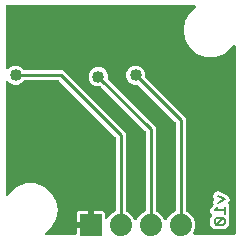
<source format=gbr>
G04 EAGLE Gerber RS-274X export*
G75*
%MOMM*%
%FSLAX34Y34*%
%LPD*%
%INBottom Copper*%
%IPPOS*%
%AMOC8*
5,1,8,0,0,1.08239X$1,22.5*%
G01*
%ADD10C,0.152400*%
%ADD11R,1.879600X1.879600*%
%ADD12C,1.879600*%
%ADD13C,1.016000*%
%ADD14C,0.254000*%

G36*
X197730Y4334D02*
X197730Y4334D01*
X197849Y4341D01*
X197887Y4354D01*
X197928Y4359D01*
X198038Y4402D01*
X198151Y4439D01*
X198186Y4461D01*
X198223Y4476D01*
X198319Y4545D01*
X198420Y4609D01*
X198448Y4639D01*
X198481Y4662D01*
X198557Y4754D01*
X198638Y4841D01*
X198658Y4876D01*
X198683Y4907D01*
X198734Y5015D01*
X198792Y5119D01*
X198802Y5159D01*
X198819Y5195D01*
X198841Y5312D01*
X198871Y5427D01*
X198875Y5487D01*
X198879Y5507D01*
X198877Y5528D01*
X198881Y5588D01*
X198881Y164363D01*
X198863Y164508D01*
X198848Y164653D01*
X198843Y164666D01*
X198841Y164679D01*
X198788Y164814D01*
X198737Y164951D01*
X198729Y164962D01*
X198724Y164975D01*
X198639Y165092D01*
X198556Y165212D01*
X198545Y165221D01*
X198538Y165232D01*
X198426Y165325D01*
X198315Y165420D01*
X198303Y165426D01*
X198293Y165435D01*
X198161Y165497D01*
X198030Y165562D01*
X198017Y165565D01*
X198005Y165570D01*
X197863Y165598D01*
X197719Y165628D01*
X197706Y165628D01*
X197693Y165630D01*
X197548Y165621D01*
X197402Y165615D01*
X197388Y165611D01*
X197375Y165610D01*
X197237Y165566D01*
X197097Y165524D01*
X197085Y165517D01*
X197073Y165512D01*
X196950Y165435D01*
X196825Y165359D01*
X196815Y165349D01*
X196804Y165342D01*
X196704Y165236D01*
X196602Y165132D01*
X196592Y165117D01*
X196586Y165111D01*
X196578Y165096D01*
X196513Y164998D01*
X195385Y163045D01*
X189278Y157920D01*
X181786Y155193D01*
X173814Y155193D01*
X166322Y157920D01*
X160215Y163044D01*
X156229Y169949D01*
X154845Y177800D01*
X156229Y185651D01*
X160215Y192555D01*
X165082Y196640D01*
X165106Y196666D01*
X165135Y196686D01*
X165214Y196782D01*
X165299Y196873D01*
X165315Y196904D01*
X165338Y196931D01*
X165391Y197044D01*
X165450Y197153D01*
X165458Y197187D01*
X165474Y197219D01*
X165497Y197341D01*
X165527Y197461D01*
X165527Y197497D01*
X165533Y197532D01*
X165526Y197655D01*
X165525Y197779D01*
X165516Y197814D01*
X165514Y197849D01*
X165475Y197967D01*
X165444Y198087D01*
X165426Y198118D01*
X165416Y198151D01*
X165349Y198256D01*
X165289Y198365D01*
X165264Y198390D01*
X165245Y198420D01*
X165155Y198505D01*
X165070Y198595D01*
X165040Y198614D01*
X165014Y198638D01*
X164905Y198698D01*
X164800Y198764D01*
X164766Y198775D01*
X164735Y198792D01*
X164615Y198823D01*
X164497Y198860D01*
X164462Y198862D01*
X164427Y198871D01*
X164267Y198881D01*
X5588Y198881D01*
X5470Y198866D01*
X5351Y198859D01*
X5313Y198846D01*
X5272Y198841D01*
X5162Y198798D01*
X5049Y198761D01*
X5014Y198739D01*
X4977Y198724D01*
X4881Y198655D01*
X4780Y198591D01*
X4752Y198561D01*
X4719Y198538D01*
X4643Y198446D01*
X4562Y198359D01*
X4542Y198324D01*
X4517Y198293D01*
X4466Y198185D01*
X4408Y198081D01*
X4398Y198041D01*
X4381Y198005D01*
X4359Y197888D01*
X4329Y197773D01*
X4325Y197713D01*
X4321Y197693D01*
X4323Y197672D01*
X4319Y197612D01*
X4319Y145879D01*
X4336Y145741D01*
X4349Y145602D01*
X4356Y145583D01*
X4359Y145563D01*
X4410Y145434D01*
X4457Y145303D01*
X4468Y145286D01*
X4476Y145268D01*
X4557Y145155D01*
X4635Y145040D01*
X4651Y145027D01*
X4662Y145010D01*
X4770Y144921D01*
X4874Y144829D01*
X4892Y144820D01*
X4907Y144807D01*
X5033Y144748D01*
X5157Y144685D01*
X5177Y144680D01*
X5195Y144672D01*
X5332Y144646D01*
X5467Y144615D01*
X5488Y144616D01*
X5507Y144612D01*
X5646Y144621D01*
X5785Y144625D01*
X5805Y144631D01*
X5825Y144632D01*
X5957Y144675D01*
X6091Y144713D01*
X6108Y144724D01*
X6127Y144730D01*
X6245Y144804D01*
X6365Y144875D01*
X6386Y144893D01*
X6396Y144900D01*
X6410Y144915D01*
X6485Y144981D01*
X8095Y146591D01*
X11083Y147829D01*
X14317Y147829D01*
X17305Y146591D01*
X19505Y144390D01*
X19584Y144330D01*
X19656Y144262D01*
X19709Y144233D01*
X19757Y144196D01*
X19848Y144156D01*
X19934Y144108D01*
X19993Y144093D01*
X20048Y144069D01*
X20146Y144054D01*
X20242Y144029D01*
X20342Y144023D01*
X20363Y144019D01*
X20375Y144021D01*
X20403Y144019D01*
X52589Y144019D01*
X105919Y90689D01*
X105919Y25231D01*
X105922Y25202D01*
X105920Y25173D01*
X105942Y25045D01*
X105959Y24916D01*
X105969Y24889D01*
X105974Y24859D01*
X106028Y24741D01*
X106076Y24620D01*
X106093Y24596D01*
X106105Y24569D01*
X106186Y24468D01*
X106262Y24363D01*
X106285Y24344D01*
X106304Y24321D01*
X106407Y24243D01*
X106507Y24160D01*
X106534Y24147D01*
X106558Y24130D01*
X106702Y24059D01*
X108650Y23252D01*
X112152Y19750D01*
X113127Y17395D01*
X113196Y17275D01*
X113261Y17152D01*
X113275Y17137D01*
X113285Y17119D01*
X113382Y17019D01*
X113475Y16916D01*
X113492Y16905D01*
X113506Y16891D01*
X113624Y16818D01*
X113741Y16742D01*
X113760Y16735D01*
X113777Y16724D01*
X113910Y16684D01*
X114042Y16638D01*
X114062Y16637D01*
X114081Y16631D01*
X114220Y16624D01*
X114359Y16613D01*
X114379Y16617D01*
X114399Y16616D01*
X114535Y16644D01*
X114672Y16668D01*
X114691Y16676D01*
X114710Y16680D01*
X114835Y16741D01*
X114962Y16798D01*
X114978Y16811D01*
X114996Y16820D01*
X115102Y16910D01*
X115210Y16997D01*
X115223Y17013D01*
X115238Y17026D01*
X115318Y17140D01*
X115402Y17251D01*
X115414Y17276D01*
X115421Y17286D01*
X115428Y17305D01*
X115473Y17395D01*
X116448Y19750D01*
X119950Y23252D01*
X121898Y24059D01*
X121923Y24073D01*
X121951Y24083D01*
X122061Y24152D01*
X122174Y24216D01*
X122195Y24237D01*
X122220Y24253D01*
X122309Y24347D01*
X122402Y24438D01*
X122418Y24463D01*
X122438Y24484D01*
X122501Y24598D01*
X122569Y24709D01*
X122577Y24737D01*
X122592Y24763D01*
X122624Y24889D01*
X122662Y25013D01*
X122664Y25042D01*
X122671Y25071D01*
X122681Y25231D01*
X122681Y91665D01*
X122669Y91764D01*
X122666Y91863D01*
X122649Y91921D01*
X122641Y91981D01*
X122605Y92073D01*
X122577Y92168D01*
X122547Y92220D01*
X122524Y92277D01*
X122466Y92357D01*
X122416Y92442D01*
X122350Y92517D01*
X122338Y92534D01*
X122328Y92542D01*
X122310Y92563D01*
X84943Y129930D01*
X84865Y129990D01*
X84792Y130058D01*
X84739Y130087D01*
X84692Y130124D01*
X84601Y130164D01*
X84514Y130212D01*
X84455Y130227D01*
X84400Y130251D01*
X84302Y130266D01*
X84206Y130291D01*
X84106Y130297D01*
X84086Y130301D01*
X84073Y130299D01*
X84045Y130301D01*
X80933Y130301D01*
X77945Y131539D01*
X75659Y133825D01*
X74421Y136813D01*
X74421Y140047D01*
X75659Y143035D01*
X77945Y145321D01*
X80933Y146559D01*
X84167Y146559D01*
X87155Y145321D01*
X89441Y143035D01*
X90679Y140047D01*
X90679Y136935D01*
X90691Y136836D01*
X90694Y136737D01*
X90711Y136679D01*
X90719Y136619D01*
X90755Y136527D01*
X90783Y136432D01*
X90813Y136380D01*
X90836Y136323D01*
X90894Y136243D01*
X90944Y136158D01*
X91010Y136083D01*
X91022Y136066D01*
X91032Y136058D01*
X91050Y136037D01*
X131319Y95769D01*
X131319Y25231D01*
X131322Y25202D01*
X131320Y25173D01*
X131342Y25045D01*
X131359Y24916D01*
X131369Y24889D01*
X131374Y24859D01*
X131428Y24741D01*
X131476Y24620D01*
X131493Y24596D01*
X131505Y24569D01*
X131586Y24468D01*
X131662Y24363D01*
X131685Y24344D01*
X131704Y24321D01*
X131807Y24243D01*
X131907Y24160D01*
X131934Y24147D01*
X131958Y24130D01*
X132102Y24059D01*
X134050Y23252D01*
X137552Y19750D01*
X138527Y17395D01*
X138596Y17275D01*
X138661Y17152D01*
X138675Y17137D01*
X138685Y17119D01*
X138782Y17019D01*
X138875Y16916D01*
X138892Y16905D01*
X138906Y16891D01*
X139024Y16818D01*
X139141Y16742D01*
X139160Y16735D01*
X139177Y16724D01*
X139310Y16684D01*
X139442Y16638D01*
X139462Y16637D01*
X139481Y16631D01*
X139620Y16624D01*
X139759Y16613D01*
X139779Y16617D01*
X139799Y16616D01*
X139935Y16644D01*
X140072Y16668D01*
X140091Y16676D01*
X140110Y16680D01*
X140235Y16741D01*
X140362Y16798D01*
X140378Y16811D01*
X140396Y16820D01*
X140502Y16910D01*
X140610Y16997D01*
X140623Y17013D01*
X140638Y17026D01*
X140718Y17140D01*
X140802Y17251D01*
X140814Y17276D01*
X140821Y17286D01*
X140828Y17305D01*
X140873Y17395D01*
X141848Y19750D01*
X145350Y23252D01*
X147298Y24059D01*
X147323Y24073D01*
X147351Y24083D01*
X147461Y24152D01*
X147574Y24216D01*
X147595Y24237D01*
X147620Y24253D01*
X147709Y24347D01*
X147802Y24438D01*
X147818Y24463D01*
X147838Y24484D01*
X147901Y24598D01*
X147969Y24709D01*
X147977Y24737D01*
X147992Y24763D01*
X148024Y24889D01*
X148062Y25013D01*
X148064Y25042D01*
X148071Y25071D01*
X148081Y25231D01*
X148081Y99285D01*
X148069Y99384D01*
X148066Y99483D01*
X148049Y99541D01*
X148041Y99601D01*
X148005Y99693D01*
X147977Y99788D01*
X147947Y99840D01*
X147924Y99897D01*
X147866Y99977D01*
X147816Y100062D01*
X147750Y100137D01*
X147738Y100154D01*
X147728Y100162D01*
X147710Y100183D01*
X116693Y131200D01*
X116615Y131260D01*
X116542Y131328D01*
X116489Y131357D01*
X116442Y131394D01*
X116351Y131434D01*
X116264Y131482D01*
X116205Y131497D01*
X116150Y131521D01*
X116052Y131536D01*
X115956Y131561D01*
X115856Y131567D01*
X115836Y131571D01*
X115823Y131569D01*
X115795Y131571D01*
X112683Y131571D01*
X109695Y132809D01*
X107409Y135095D01*
X106171Y138083D01*
X106171Y141317D01*
X107409Y144305D01*
X109695Y146591D01*
X112683Y147829D01*
X115917Y147829D01*
X118905Y146591D01*
X121191Y144305D01*
X122429Y141317D01*
X122429Y138205D01*
X122441Y138106D01*
X122444Y138007D01*
X122461Y137949D01*
X122469Y137889D01*
X122505Y137797D01*
X122533Y137702D01*
X122563Y137650D01*
X122586Y137593D01*
X122644Y137513D01*
X122694Y137428D01*
X122760Y137353D01*
X122772Y137336D01*
X122782Y137328D01*
X122800Y137307D01*
X156719Y103389D01*
X156719Y25231D01*
X156722Y25202D01*
X156720Y25173D01*
X156742Y25045D01*
X156759Y24916D01*
X156769Y24889D01*
X156774Y24859D01*
X156828Y24741D01*
X156876Y24620D01*
X156893Y24596D01*
X156905Y24569D01*
X156986Y24468D01*
X157062Y24363D01*
X157085Y24344D01*
X157104Y24321D01*
X157207Y24243D01*
X157307Y24160D01*
X157334Y24147D01*
X157358Y24130D01*
X157502Y24059D01*
X159450Y23252D01*
X162952Y19750D01*
X164847Y15176D01*
X164847Y10224D01*
X163128Y6074D01*
X163114Y6026D01*
X163093Y5981D01*
X163073Y5873D01*
X163044Y5767D01*
X163043Y5717D01*
X163033Y5668D01*
X163040Y5559D01*
X163039Y5449D01*
X163050Y5401D01*
X163053Y5351D01*
X163087Y5247D01*
X163113Y5140D01*
X163136Y5096D01*
X163151Y5049D01*
X163210Y4956D01*
X163261Y4859D01*
X163295Y4822D01*
X163321Y4780D01*
X163402Y4705D01*
X163475Y4623D01*
X163517Y4596D01*
X163553Y4562D01*
X163649Y4509D01*
X163741Y4449D01*
X163788Y4432D01*
X163832Y4408D01*
X163938Y4381D01*
X164042Y4345D01*
X164091Y4341D01*
X164139Y4329D01*
X164300Y4319D01*
X197612Y4319D01*
X197730Y4334D01*
G37*
G36*
X63110Y4334D02*
X63110Y4334D01*
X63229Y4341D01*
X63267Y4354D01*
X63308Y4359D01*
X63418Y4402D01*
X63531Y4439D01*
X63566Y4461D01*
X63603Y4476D01*
X63699Y4545D01*
X63800Y4609D01*
X63828Y4639D01*
X63861Y4662D01*
X63937Y4754D01*
X64018Y4841D01*
X64038Y4876D01*
X64063Y4907D01*
X64114Y5015D01*
X64172Y5119D01*
X64182Y5159D01*
X64199Y5195D01*
X64221Y5312D01*
X64251Y5427D01*
X64255Y5487D01*
X64259Y5507D01*
X64257Y5528D01*
X64261Y5588D01*
X64261Y10161D01*
X74930Y10161D01*
X75048Y10176D01*
X75167Y10183D01*
X75205Y10196D01*
X75245Y10201D01*
X75356Y10244D01*
X75469Y10281D01*
X75503Y10303D01*
X75541Y10318D01*
X75637Y10388D01*
X75738Y10451D01*
X75766Y10481D01*
X75798Y10504D01*
X75874Y10596D01*
X75956Y10683D01*
X75975Y10718D01*
X76001Y10749D01*
X76052Y10857D01*
X76109Y10961D01*
X76120Y11001D01*
X76137Y11037D01*
X76159Y11154D01*
X76189Y11269D01*
X76193Y11330D01*
X76197Y11350D01*
X76195Y11370D01*
X76199Y11430D01*
X76199Y12701D01*
X77470Y12701D01*
X77588Y12716D01*
X77707Y12723D01*
X77745Y12736D01*
X77785Y12741D01*
X77896Y12785D01*
X78009Y12821D01*
X78044Y12843D01*
X78081Y12858D01*
X78177Y12928D01*
X78278Y12991D01*
X78306Y13021D01*
X78339Y13045D01*
X78414Y13136D01*
X78496Y13223D01*
X78516Y13258D01*
X78541Y13290D01*
X78592Y13397D01*
X78650Y13502D01*
X78660Y13541D01*
X78677Y13577D01*
X78699Y13694D01*
X78729Y13809D01*
X78733Y13870D01*
X78737Y13890D01*
X78735Y13910D01*
X78739Y13970D01*
X78739Y24639D01*
X85932Y24639D01*
X86579Y24466D01*
X87158Y24131D01*
X87631Y23658D01*
X87966Y23079D01*
X88139Y22432D01*
X88139Y19107D01*
X88147Y19038D01*
X88146Y18968D01*
X88167Y18881D01*
X88179Y18792D01*
X88204Y18727D01*
X88221Y18659D01*
X88263Y18580D01*
X88296Y18496D01*
X88337Y18440D01*
X88369Y18378D01*
X88430Y18312D01*
X88482Y18239D01*
X88536Y18194D01*
X88583Y18143D01*
X88658Y18093D01*
X88727Y18036D01*
X88791Y18006D01*
X88849Y17968D01*
X88934Y17939D01*
X89015Y17901D01*
X89084Y17887D01*
X89150Y17865D01*
X89239Y17858D01*
X89327Y17841D01*
X89397Y17845D01*
X89467Y17840D01*
X89555Y17855D01*
X89645Y17860D01*
X89711Y17882D01*
X89780Y17894D01*
X89862Y17931D01*
X89947Y17959D01*
X90006Y17996D01*
X90070Y18025D01*
X90140Y18081D01*
X90216Y18129D01*
X90264Y18179D01*
X90318Y18223D01*
X90373Y18295D01*
X90434Y18360D01*
X90468Y18421D01*
X90510Y18477D01*
X90581Y18622D01*
X91048Y19751D01*
X94550Y23252D01*
X96498Y24059D01*
X96523Y24073D01*
X96551Y24083D01*
X96661Y24152D01*
X96774Y24216D01*
X96795Y24237D01*
X96820Y24253D01*
X96909Y24347D01*
X97002Y24438D01*
X97018Y24463D01*
X97038Y24484D01*
X97101Y24598D01*
X97169Y24709D01*
X97177Y24737D01*
X97192Y24763D01*
X97224Y24889D01*
X97262Y25013D01*
X97264Y25042D01*
X97271Y25071D01*
X97281Y25231D01*
X97281Y86585D01*
X97269Y86684D01*
X97266Y86783D01*
X97249Y86841D01*
X97241Y86901D01*
X97205Y86993D01*
X97177Y87088D01*
X97147Y87140D01*
X97124Y87197D01*
X97066Y87277D01*
X97016Y87362D01*
X96950Y87437D01*
X96938Y87454D01*
X96928Y87462D01*
X96910Y87483D01*
X49383Y135010D01*
X49305Y135070D01*
X49232Y135138D01*
X49179Y135167D01*
X49132Y135204D01*
X49041Y135244D01*
X48954Y135292D01*
X48895Y135307D01*
X48840Y135331D01*
X48742Y135346D01*
X48646Y135371D01*
X48546Y135377D01*
X48526Y135381D01*
X48513Y135379D01*
X48485Y135381D01*
X20403Y135381D01*
X20305Y135369D01*
X20206Y135366D01*
X20147Y135349D01*
X20087Y135341D01*
X19995Y135305D01*
X19900Y135277D01*
X19848Y135247D01*
X19792Y135224D01*
X19712Y135166D01*
X19626Y135116D01*
X19551Y135050D01*
X19534Y135038D01*
X19526Y135028D01*
X19505Y135010D01*
X17305Y132809D01*
X14317Y131571D01*
X11083Y131571D01*
X8095Y132809D01*
X6485Y134419D01*
X6376Y134504D01*
X6269Y134593D01*
X6250Y134601D01*
X6234Y134614D01*
X6106Y134669D01*
X5981Y134728D01*
X5961Y134732D01*
X5942Y134740D01*
X5804Y134762D01*
X5668Y134788D01*
X5648Y134787D01*
X5628Y134790D01*
X5489Y134777D01*
X5351Y134768D01*
X5332Y134762D01*
X5312Y134760D01*
X5180Y134713D01*
X5049Y134670D01*
X5031Y134659D01*
X5012Y134652D01*
X4897Y134574D01*
X4780Y134500D01*
X4766Y134485D01*
X4749Y134474D01*
X4657Y134370D01*
X4562Y134268D01*
X4552Y134251D01*
X4539Y134235D01*
X4475Y134111D01*
X4408Y133990D01*
X4403Y133970D01*
X4394Y133952D01*
X4364Y133816D01*
X4329Y133682D01*
X4327Y133654D01*
X4324Y133642D01*
X4325Y133621D01*
X4319Y133521D01*
X4319Y38837D01*
X4337Y38692D01*
X4352Y38547D01*
X4357Y38534D01*
X4359Y38521D01*
X4412Y38386D01*
X4463Y38249D01*
X4471Y38238D01*
X4476Y38225D01*
X4561Y38108D01*
X4644Y37988D01*
X4655Y37979D01*
X4662Y37968D01*
X4774Y37875D01*
X4885Y37780D01*
X4897Y37774D01*
X4907Y37765D01*
X5039Y37703D01*
X5170Y37638D01*
X5183Y37635D01*
X5195Y37630D01*
X5337Y37602D01*
X5481Y37572D01*
X5494Y37572D01*
X5507Y37570D01*
X5652Y37579D01*
X5798Y37585D01*
X5812Y37589D01*
X5825Y37590D01*
X5963Y37634D01*
X6103Y37676D01*
X6115Y37683D01*
X6127Y37688D01*
X6250Y37765D01*
X6375Y37841D01*
X6385Y37851D01*
X6396Y37858D01*
X6496Y37964D01*
X6598Y38068D01*
X6608Y38083D01*
X6614Y38089D01*
X6622Y38104D01*
X6687Y38202D01*
X7815Y40155D01*
X13922Y45280D01*
X21414Y48007D01*
X29386Y48007D01*
X36878Y45280D01*
X42985Y40156D01*
X46971Y33251D01*
X48355Y25400D01*
X46971Y17549D01*
X42985Y10645D01*
X38118Y6560D01*
X38094Y6534D01*
X38065Y6514D01*
X37986Y6418D01*
X37901Y6327D01*
X37885Y6296D01*
X37862Y6269D01*
X37809Y6156D01*
X37750Y6047D01*
X37742Y6013D01*
X37726Y5981D01*
X37703Y5859D01*
X37673Y5739D01*
X37673Y5703D01*
X37667Y5668D01*
X37674Y5545D01*
X37675Y5421D01*
X37684Y5386D01*
X37686Y5351D01*
X37725Y5233D01*
X37756Y5113D01*
X37774Y5082D01*
X37784Y5049D01*
X37851Y4944D01*
X37911Y4835D01*
X37936Y4810D01*
X37955Y4780D01*
X38045Y4695D01*
X38130Y4605D01*
X38160Y4586D01*
X38186Y4562D01*
X38295Y4502D01*
X38400Y4436D01*
X38434Y4425D01*
X38465Y4408D01*
X38585Y4377D01*
X38703Y4340D01*
X38738Y4338D01*
X38773Y4329D01*
X38933Y4319D01*
X62992Y4319D01*
X63110Y4334D01*
G37*
%LPC*%
G36*
X180957Y9055D02*
X180957Y9055D01*
X178353Y11658D01*
X178353Y11659D01*
X177284Y12727D01*
X177284Y18766D01*
X178765Y20247D01*
X178838Y20341D01*
X178917Y20430D01*
X178935Y20466D01*
X178960Y20498D01*
X179008Y20608D01*
X179062Y20713D01*
X179070Y20753D01*
X179087Y20790D01*
X179105Y20908D01*
X179131Y21024D01*
X179130Y21064D01*
X179136Y21104D01*
X179125Y21223D01*
X179122Y21342D01*
X179110Y21380D01*
X179107Y21421D01*
X179066Y21533D01*
X179033Y21647D01*
X179013Y21682D01*
X178999Y21720D01*
X178932Y21819D01*
X178872Y21921D01*
X178832Y21966D01*
X178820Y21983D01*
X178805Y21997D01*
X178765Y22042D01*
X177284Y23523D01*
X177284Y26680D01*
X179888Y29284D01*
X179934Y29343D01*
X179989Y29397D01*
X180030Y29465D01*
X180079Y29528D01*
X180082Y29534D01*
X180083Y29535D01*
X180098Y29571D01*
X180112Y29601D01*
X180153Y29670D01*
X180176Y29746D01*
X180208Y29819D01*
X180221Y29898D01*
X180244Y29974D01*
X180247Y30054D01*
X180261Y30133D01*
X180254Y30212D01*
X180257Y30292D01*
X180240Y30370D01*
X180233Y30449D01*
X180207Y30525D01*
X180190Y30603D01*
X180129Y30748D01*
X180128Y30750D01*
X180128Y30751D01*
X179861Y31283D01*
X180785Y34056D01*
X180787Y34064D01*
X180791Y34073D01*
X180818Y34219D01*
X180847Y34367D01*
X180847Y34377D01*
X180849Y34385D01*
X180838Y34535D01*
X180830Y34685D01*
X180827Y34694D01*
X180827Y34703D01*
X180785Y34858D01*
X179861Y37630D01*
X181273Y40454D01*
X184268Y41452D01*
X191119Y38027D01*
X191128Y38024D01*
X191136Y38018D01*
X191285Y37958D01*
X192462Y37566D01*
X192482Y37536D01*
X192566Y37411D01*
X192573Y37405D01*
X192578Y37398D01*
X192690Y37300D01*
X192803Y37199D01*
X192811Y37195D01*
X192818Y37189D01*
X192851Y37170D01*
X193239Y36004D01*
X193243Y35996D01*
X193245Y35986D01*
X193308Y35838D01*
X193862Y34729D01*
X193856Y34694D01*
X193827Y34546D01*
X193827Y34537D01*
X193826Y34528D01*
X193836Y34380D01*
X193844Y34229D01*
X193847Y34220D01*
X193848Y34211D01*
X193857Y34174D01*
X193308Y33076D01*
X193305Y33067D01*
X193299Y33059D01*
X193239Y32909D01*
X192727Y31375D01*
X192726Y31368D01*
X192725Y31366D01*
X192710Y31288D01*
X192699Y31234D01*
X192668Y31094D01*
X192669Y31078D01*
X192665Y31063D01*
X192666Y31056D01*
X192665Y31053D01*
X192671Y30958D01*
X192673Y30920D01*
X192678Y30776D01*
X192682Y30761D01*
X192683Y30745D01*
X192685Y30739D01*
X192685Y30736D01*
X192719Y30630D01*
X192726Y30609D01*
X192766Y30471D01*
X192774Y30457D01*
X192779Y30442D01*
X192782Y30437D01*
X192783Y30434D01*
X192854Y30322D01*
X192855Y30320D01*
X192928Y30197D01*
X192942Y30181D01*
X192947Y30172D01*
X192951Y30169D01*
X192953Y30165D01*
X192968Y30151D01*
X193034Y30076D01*
X193549Y29561D01*
X193549Y20642D01*
X193508Y20601D01*
X193435Y20507D01*
X193356Y20418D01*
X193338Y20382D01*
X193313Y20350D01*
X193266Y20241D01*
X193212Y20135D01*
X193203Y20095D01*
X193187Y20058D01*
X193168Y19941D01*
X193142Y19824D01*
X193143Y19784D01*
X193137Y19744D01*
X193148Y19626D01*
X193152Y19507D01*
X193163Y19468D01*
X193167Y19428D01*
X193207Y19315D01*
X193240Y19201D01*
X193260Y19166D01*
X193274Y19128D01*
X193341Y19030D01*
X193402Y18927D01*
X193441Y18882D01*
X193453Y18865D01*
X193468Y18852D01*
X193508Y18806D01*
X193549Y18766D01*
X193549Y12727D01*
X189876Y9055D01*
X180957Y9055D01*
G37*
%LPD*%
%LPC*%
G36*
X64261Y15239D02*
X64261Y15239D01*
X64261Y22432D01*
X64434Y23079D01*
X64769Y23658D01*
X65242Y24131D01*
X65821Y24466D01*
X66468Y24639D01*
X73661Y24639D01*
X73661Y15239D01*
X64261Y15239D01*
G37*
%LPD*%
D10*
X183976Y37338D02*
X189738Y34457D01*
X183976Y31576D01*
X183976Y27983D02*
X181095Y25102D01*
X189738Y25102D01*
X189738Y27983D02*
X189738Y22221D01*
X188297Y18628D02*
X182535Y18628D01*
X181095Y17187D01*
X181095Y14306D01*
X182535Y12865D01*
X188297Y12865D01*
X189738Y14306D01*
X189738Y17187D01*
X188297Y18628D01*
X182535Y12865D01*
D11*
X76200Y12700D03*
D12*
X101600Y12700D03*
X127000Y12700D03*
X152400Y12700D03*
D13*
X124460Y175260D03*
X162560Y129540D03*
D14*
X101600Y88900D02*
X101600Y12700D01*
X101600Y88900D02*
X50800Y139700D01*
X12700Y139700D01*
D13*
X12700Y139700D03*
D14*
X152400Y101600D02*
X152400Y12700D01*
X152400Y101600D02*
X114300Y139700D01*
D13*
X114300Y139700D03*
D14*
X127000Y93980D02*
X127000Y12700D01*
X127000Y93980D02*
X82550Y138430D01*
D13*
X82550Y138430D03*
M02*

</source>
